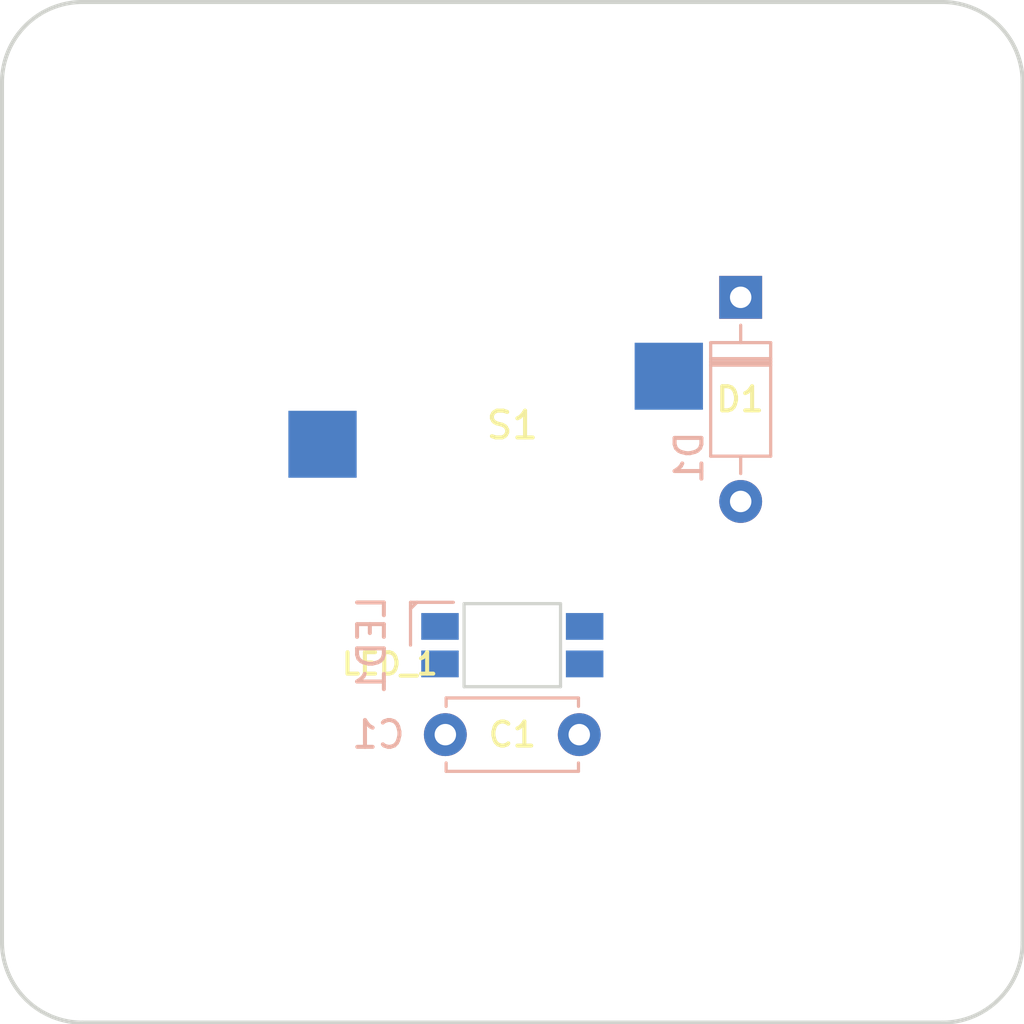
<source format=kicad_pcb>

            
(kicad_pcb (version 20171130) (host pcbnew 5.1.6)

  (page A3)
  (title_block
    (title travis_key)
    (rev 2024.03.23)
    (company "Travis Hardiman")
  )

  (general
    (thickness 1.6)
  )

  (layers
    (0 F.Cu signal)
    (31 B.Cu signal)
    (32 B.Adhes user)
    (33 F.Adhes user)
    (34 B.Paste user)
    (35 F.Paste user)
    (36 B.SilkS user)
    (37 F.SilkS user)
    (38 B.Mask user)
    (39 F.Mask user)
    (40 Dwgs.User user)
    (41 Cmts.User user)
    (42 Eco1.User user)
    (43 Eco2.User user)
    (44 Edge.Cuts user)
    (45 Margin user)
    (46 B.CrtYd user)
    (47 F.CrtYd user)
    (48 B.Fab user)
    (49 F.Fab user)
  )

  (setup
    (last_trace_width 0.25)
    (trace_clearance 0.2)
    (zone_clearance 0.508)
    (zone_45_only no)
    (trace_min 0.2)
    (via_size 0.8)
    (via_drill 0.4)
    (via_min_size 0.4)
    (via_min_drill 0.3)
    (uvia_size 0.3)
    (uvia_drill 0.1)
    (uvias_allowed no)
    (uvia_min_size 0.2)
    (uvia_min_drill 0.1)
    (edge_width 0.05)
    (segment_width 0.2)
    (pcb_text_width 0.3)
    (pcb_text_size 1.5 1.5)
    (mod_edge_width 0.12)
    (mod_text_size 1 1)
    (mod_text_width 0.15)
    (pad_size 1.524 1.524)
    (pad_drill 0.762)
    (pad_to_mask_clearance 0.05)
    (aux_axis_origin 0 0)
    (visible_elements FFFFFF7F)
    (pcbplotparams
      (layerselection 0x010fc_ffffffff)
      (usegerberextensions false)
      (usegerberattributes true)
      (usegerberadvancedattributes true)
      (creategerberjobfile true)
      (excludeedgelayer true)
      (linewidth 0.100000)
      (plotframeref false)
      (viasonmask false)
      (mode 1)
      (useauxorigin false)
      (hpglpennumber 1)
      (hpglpenspeed 20)
      (hpglpendiameter 15.000000)
      (psnegative false)
      (psa4output false)
      (plotreference true)
      (plotvalue true)
      (plotinvisibletext false)
      (padsonsilk false)
      (subtractmaskfromsilk false)
      (outputformat 1)
      (mirror false)
      (drillshape 1)
      (scaleselection 1)
      (outputdirectory ""))
  )

            (net 0 "")
(net 1 "col0")
(net 2 "single_A_one")
(net 3 "row0")
(net 4 "RAW")
(net 5 "LED_2")
(net 6 "GND")
(net 7 "LED_1")
            
  (net_class Default "This is the default net class."
    (clearance 0.2)
    (trace_width 0.25)
    (via_dia 0.8)
    (via_drill 0.4)
    (uvia_dia 0.3)
    (uvia_drill 0.1)
    (add_net "")
(add_net "col0")
(add_net "single_A_one")
(add_net "row0")
(add_net "RAW")
(add_net "LED_2")
(add_net "GND")
(add_net "LED_1")
  )

            
          
        (module MX (layer F.Cu)
        (at 0 0 0)
  
        
        (fp_text reference "S1" (at 0 -3.25) (layer F.SilkS)  (effects (font (size 1 1) (thickness 0.15))))
        (fp_text value "Kailh MX Switch Sockets" (at 0 0) (layer B.Fab) hide (effects (font (size 1 1) (thickness 0.15))))
  
        
        (fp_line (start -7 -6) (end -7 -7) (layer Dwgs.User) (width 0.15))
        (fp_line (start -7 7) (end -6 7) (layer Dwgs.User) (width 0.15))
        (fp_line (start -6 -7) (end -7 -7) (layer Dwgs.User) (width 0.15))
        (fp_line (start -7 7) (end -7 6) (layer Dwgs.User) (width 0.15))
        (fp_line (start 7 6) (end 7 7) (layer Dwgs.User) (width 0.15))
        (fp_line (start 7 -7) (end 6 -7) (layer Dwgs.User) (width 0.15))
        (fp_line (start 6 7) (end 7 7) (layer Dwgs.User) (width 0.15))
        (fp_line (start 7 -7) (end 7 -6) (layer Dwgs.User) (width 0.15))
      
        
        (pad "" np_thru_hole circle (at 0 0) (size 3.9878 3.9878) (drill 3.9878) (layers *.Cu *.Mask))
  
        
        (pad "" np_thru_hole circle (at 5.08 0) (size 1.7018 1.7018) (drill 1.7018) (layers *.Cu *.Mask))
        (pad "" np_thru_hole circle (at -5.08 0) (size 1.7018 1.7018) (drill 1.7018) (layers *.Cu *.Mask))
        
          
        
        (fp_line (start -9.5 -9.5) (end 9.5 -9.5) (layer Dwgs.User) (width 0.15))
        (fp_line (start 9.5 -9.5) (end 9.5 9.5) (layer Dwgs.User) (width 0.15))
        (fp_line (start 9.5 9.5) (end -9.5 9.5) (layer Dwgs.User) (width 0.15))
        (fp_line (start -9.5 9.5) (end -9.5 -9.5) (layer Dwgs.User) (width 0.15))
        
          
          
          (pad "" np_thru_hole circle (at 2.54 -5.08) (size 3 3) (drill 3) (layers *.Cu *.Mask))
          (pad "" np_thru_hole circle (at -3.81 -2.54) (size 3 3) (drill 3) (layers *.Cu *.Mask))
          
          
          (pad 1 smd rect (at -7.085 -2.54 0) (size 2.55 2.5) (layers B.Cu B.Paste B.Mask) (net 1 "col0"))
          (pad 2 smd rect (at 5.842 -5.08 0) (size 2.55 2.5) (layers B.Cu B.Paste B.Mask) (net 2 "single_A_one"))
          
          
      (model "${SCOTTOKEEBS_KICAD}/3dmodels/ScottoKeebs_Hotswap.3dshapes/Hotswap_MX.step"
		(offset (xyz 0 0 0) )
		(scale (xyz 1 1 1) )
		(rotate (xyz 0 0 0) )
	  ))
          

    (module "Diode_DO-35" (layer "B.Cu")
    (descr "Diode, DO-35_SOD27 series, Axial, Horizontal, pin pitch=7.62mm, , length*diameter=4*2mm^2, , http://www.diodes.com/_files/packages/DO-35.pdf")
    (tags "Diode DO-35_SOD27 series Axial Horizontal pin pitch 7.62mm  length 4mm diameter 2mm")
    (at 8.525 -8.025 270)

    
    (fp_text reference "D1" (at 5.985 1.921 270) (layer "B.SilkS") 
      (effects (font (size 1 1) (thickness 0.15)) (justify mirror))
    )
    (fp_text value "1N4148" (at 11.065 0 270) (layer "B.Fab")
      (effects (font (size 0.8 0.8) (thickness 0.15)))
    )
    
    (fp_line (start 1.04 0) (end 1.69 0)
      (stroke (width 0.12) (type solid)) (layer "B.SilkS") )
    (fp_line (start 1.69 -1.12) (end 1.69 1.12)
      (stroke (width 0.12) (type solid)) (layer "B.SilkS") )
    (fp_line (start 1.69 1.12) (end 5.93 1.12)
      (stroke (width 0.12) (type solid)) (layer "B.SilkS") )
    (fp_line (start 2.29 -1.12) (end 2.29 1.12)
      (stroke (width 0.12) (type solid)) (layer "B.SilkS") )
    (fp_line (start 2.41 -1.12) (end 2.41 1.12)
      (stroke (width 0.12) (type solid)) (layer "B.SilkS") )
    (fp_line (start 2.53 -1.12) (end 2.53 1.12)
      (stroke (width 0.12) (type solid)) (layer "B.SilkS") )
    (fp_line (start 5.93 -1.12) (end 1.69 -1.12)
      (stroke (width 0.12) (type solid)) (layer "B.SilkS") )
    (fp_line (start 5.93 1.12) (end 5.93 -1.12)
      (stroke (width 0.12) (type solid)) (layer "B.SilkS") )
    (fp_line (start 6.58 0) (end 5.93 0)
      (stroke (width 0.12) (type solid)) (layer "B.SilkS") )

    (fp_line (start -1.05 -1.25) (end -1.05 1.25)
      (stroke (width 0.05) (type solid)) (layer "B.CrtYd") )
    (fp_line (start -1.05 1.25) (end 8.67 1.25)
      (stroke (width 0.05) (type solid)) (layer "B.CrtYd") )
    (fp_line (start 8.67 -1.25) (end -1.05 -1.25)
      (stroke (width 0.05) (type solid)) (layer "B.CrtYd") )
    (fp_line (start 8.67 1.25) (end 8.67 -1.25)
      (stroke (width 0.05) (type solid)) (layer "B.CrtYd") )

    (fp_line (start 0 0) (end 1.81 0)
      (stroke (width 0.1) (type solid)) (layer "B.Fab") )
    (fp_line (start 1.81 -1) (end 1.81 1)
      (stroke (width 0.1) (type solid)) (layer "B.Fab") )
    (fp_line (start 1.81 1) (end 5.81 1)
      (stroke (width 0.1) (type solid)) (layer "B.Fab") )
    (fp_line (start 2.31 -1) (end 2.31 1)
      (stroke (width 0.1) (type solid)) (layer "B.Fab") )
    (fp_line (start 2.41 -1) (end 2.41 1)
      (stroke (width 0.1) (type solid)) (layer "B.Fab") )
    (fp_line (start 2.51 -1) (end 2.51 1)
      (stroke (width 0.1) (type solid)) (layer "B.Fab") )
    (fp_line (start 5.81 -1) (end 1.81 -1)
      (stroke (width 0.1) (type solid)) (layer "B.Fab") )
    (fp_line (start 5.81 1) (end 5.81 -1)
      (stroke (width 0.1) (type solid)) (layer "B.Fab") )
    (fp_line (start 7.62 0) (end 5.81 0)
      (stroke (width 0.1) (type solid)) (layer "B.Fab") )
    
    (pad 1 thru_hole rect (at 0 0 270) (size 1.6 1.6) (drill 0.8) (layers "*.Cu" "*.Mask") (net 3 "row0"))
    (pad 2 thru_hole oval (at 7.62 0 270) (size 1.6 1.6) (drill 0.8) (layers "*.Cu" "*.Mask") (net 2 "single_A_one"))

    (model "${SCOTTOKEEBS_KICAD}/3dmodels/ScottoKeebs_Components.3dshapes/Diode_DO-35.step"
      (offset (xyz 0 0 0))
      (scale (xyz 1 1 1))
      (rotate (xyz 0 0 0))
    )
  )

      (gr_text "D1" (at 7.525 -4.215 0) (layer F.SilkS)
        (effects (font (size 0.9 0.9) (thickness 0.15)) (justify left))
      )

      (module "ceoloide:led_SK6812mini-e (per-key single-side)" 
        (layer B.Cu)
        (at 0 4.96 0)

        (fp_text reference "LED1" (at -5.25 0 90) (layer B.SilkS) 
          (effects (font (size 1 1) (thickness 0.15)) (justify  mirror))
        )
        (fp_text value "SK6812mini-e" (at 0 -2.25 0) (layer "B.Fab")
          (effects (font (size 0.8 0.8) (thickness 0.15)))
        )
        (fp_line (start -1.6 -1.4) (end 1.6 -1.4) (layer Dwgs.User) (width 0.12))
        (fp_line (start -1.6 1.4) (end 1.6 1.4) (layer Dwgs.User) (width 0.12))
        (fp_line (start -1.6 -1.4) (end -1.6 1.4) (layer Dwgs.User) (width 0.12))
        (fp_line (start 1.6 -1.4) (end 1.6 1.4) (layer Dwgs.User) (width 0.12))
        (fp_line (start -1.6 -1.05) (end -2.94 -1.05) (layer Dwgs.User) (width 0.12))
        (fp_line (start -2.94 -1.05) (end -2.94 -0.37) (layer Dwgs.User) (width 0.12))
        (fp_line (start -2.94 -0.37) (end -1.6 -0.37) (layer Dwgs.User) (width 0.12))
        (fp_line (start -1.6 0.35) (end -2.94 0.35) (layer Dwgs.User) (width 0.12))
        (fp_line (start -2.94 1.03) (end -1.6 1.03) (layer Dwgs.User) (width 0.12))
        (fp_line (start -2.94 0.35) (end -2.94 1.03) (layer Dwgs.User) (width 0.12))
        (fp_line (start 1.6 1.03) (end 2.94 1.03) (layer Dwgs.User) (width 0.12))
        (fp_line (start 2.94 0.35) (end 1.6 0.35) (layer Dwgs.User) (width 0.12))
        (fp_line (start 2.94 1.03) (end 2.94 0.35) (layer Dwgs.User) (width 0.12))
        (fp_line (start 1.6 -0.37) (end 2.94 -0.37) (layer Dwgs.User) (width 0.12))
        (fp_line (start 2.94 -1.05) (end 1.6 -1.05) (layer Dwgs.User) (width 0.12))
        (fp_line (start 2.94 -0.37) (end 2.94 -1.05) (layer Dwgs.User) (width 0.12))
    
        (fp_line (start -3.8 -1.6) (end -2.2 -1.6) (layer B.SilkS) (width 0.12))
        (fp_line (start -3.8 0) (end -3.8 -1.6) (layer B.SilkS) (width 0.12))
        (fp_line (start -3.8 -1.36) (end -3.56 -1.6) (layer B.SilkS) (width 0.12))
        (pad 2 smd rect (at 2.70 -0.7 0) (size 1.4 1) (layers B.Cu B.Paste B.Mask) (net 5 "LED_2"))
        (pad 1 smd rect (at 2.70 0.7 0) (size 1.4 1) (layers B.Cu B.Paste B.Mask) (net 4 "RAW"))
        (pad 3 smd rect (at -2.70 -0.7 0) (size 1.4 1) (layers B.Cu B.Paste B.Mask) (net 6 "GND"))
        (pad 4 smd rect (at -2.70 0.7 0) (size 1.4 1) (layers B.Cu B.Paste B.Mask) (net 7 "LED_1"))
      
    (fp_line (start -0.8 -1.4) (end -0.8 1.4) (layer Dwgs.User) (width 0.12))
    (fp_line (start 0.8 -1.4) (end 0.8 1.4) (layer Dwgs.User) (width 0.12))
    (fp_line (start -1 -1.4) (end -1 1.4) (layer Dwgs.User) (width 0.12))
    (fp_line (start 1 -1.4) (end 1 1.4) (layer Dwgs.User) (width 0.12))
    
        (fp_poly
          (pts
            (xy 1.6 -1.05)
            (xy 2.94 -1.05)
            (xy 2.94 -0.37)
            (xy 1.6 -0.37)
            (xy 1.6 0.35)
            (xy 2.94 0.35)
            (xy 2.94 1.03)
            (xy 1.6 1.03)
            (xy 1.6 1.4)
            (xy -1.6 1.4)
            (xy -1.6 1.03)
            (xy -2.94 1.03)
            (xy -2.94 0.35)
            (xy -1.6 0.35)
            (xy -1.6 -0.37)
            (xy -2.94 -0.37)
            (xy -2.94 -1.05)
            (xy -1.6 -1.05)
            (xy -1.6 -1.4)
            (xy 1.6 -1.4)
          )
          (width 0.1) (layer "B.CrtYd"))
    
        (fp_line (start -1.8 -1.55) (end -1.8 1.55) (layer Edge.Cuts) (width 0.12))
        (fp_line (start -1.8 1.55) (end 1.8 1.55) (layer Edge.Cuts) (width 0.12))
        (fp_line (start 1.8 1.55) (end 1.8 -1.55) (layer Edge.Cuts) (width 0.12))
        (fp_line (start 1.8 -1.55) (end -1.8 -1.55) (layer Edge.Cuts) (width 0.12))
      )
    
      (zone (net 0) (net_name "") (layers "F&B.Cu") (hatch edge 0.3)
        (connect_pads (clearance 0))
        (min_thickness 0.25)
        (keepout (tracks not_allowed) (vias not_allowed) (copperpour not_allowed))
        (fill (thermal_gap 0.5) (thermal_bridge_width 0.5))
        (polygon
          (pts
            (xy -2.000 3.110)
            (xy 2.000 3.110)
            (xy 2.000 6.810)
            (xy -2.000 6.810)
          )
        )
      )
    

      (gr_text "LED_1" (at -2.7 5.66 0) (layer F.SilkS)
        (effects (font (size 0.8 0.8) (thickness 0.15)) (justify right))
      )

    (module C_Disc_D4.7mm_W2.5mm_P5.00mm (layer B.Cu)
    (descr "C, Disc series, Radial, pin pitch=5.00mm, , diameter*width=4.7*2.5mm^2, Capacitor, http://www.vishay.com/docs/45233/krseries.pdf")
    (tags "C Disc series Radial pin pitch 5.00mm  diameter 4.7mm width 2.5mm Capacitor")
    (at 2.5 8.3 180)

    (fp_text reference "C1" (at 7.5 0 180) (layer B.SilkS) 
      (effects (font (size 1 1) (thickness 0.15)) (justify mirror))
    )
    (fp_text value "104" (at -2.5 0 180) (layer B.Fab)
      (effects (font (size 1 1) (thickness 0.15)))
    )
    (fp_line (start 0.15 -1.25) (end 0.15 1.25) (layer B.Fab) (width 0.1))
    (fp_line (start 0.15 1.25) (end 4.85 1.25) (layer B.Fab) (width 0.1))
    (fp_line (start 4.85 1.25) (end 4.85 -1.25) (layer B.Fab) (width 0.1))
    (fp_line (start 4.85 -1.25) (end 0.15 -1.25) (layer B.Fab) (width 0.1))
    (fp_line (start 0.03 -1.37) (end 4.97 -1.37) (layer B.SilkS) (width 0.12))
    (fp_line (start 0.03 1.37) (end 4.97 1.37) (layer B.SilkS) (width 0.12))
    (fp_line (start 0.03 -1.37) (end 0.03 -1.055) (layer B.SilkS) (width 0.12))
    (fp_line (start 0.03 1.055) (end 0.03 1.37) (layer B.SilkS) (width 0.12))
    (fp_line (start 4.97 -1.37) (end 4.97 -1.055) (layer B.SilkS) (width 0.12))
    (fp_line (start 4.97 1.055) (end 4.97 1.37) (layer B.SilkS) (width 0.12))
    (fp_line (start -1.05 -1.5) (end -1.05 1.5) (layer B.CrtYd) (width 0.05))
    (fp_line (start -1.05 1.5) (end 6.05 1.5) (layer B.CrtYd) (width 0.05))
    (fp_line (start 6.05 1.5) (end 6.05 -1.5) (layer B.CrtYd) (width 0.05))
    (fp_line (start 6.05 -1.5) (end -1.05 -1.5) (layer B.CrtYd) (width 0.05))
    (pad 1 thru_hole circle (at 0 0) (size 1.6 1.6) (drill 0.8) (layers *.Cu *.Mask) (net 4 "RAW"))
    (pad 2 thru_hole circle (at 5 0) (size 1.6 1.6) (drill 0.8) (layers *.Cu *.Mask) (net 6 "GND"))
    
    (model ${KISYS3DMOD}/Capacitor_THT.3dshapes/C_Disc_D4.7mm_W2.5mm_P5.00mm.wrl
      (at (xyz 0 0 0))
      (scale (xyz 1 1 1))
      (rotate (xyz 0 0 0))
    )
  )

      (gr_text "C1" (at 0 8.3 0) (layer F.SilkS)
        (effects (font (size 0.9 0.9) (thickness 0.15)))
      )
            (gr_line (start -19.05 16.05) (end -19.05 -16.05) (angle 90) (layer Edge.Cuts) (width 0.15))
(gr_line (start -16.05 -19.05) (end 16.05 -19.05) (angle 90) (layer Edge.Cuts) (width 0.15))
(gr_line (start 19.05 -16.05) (end 19.05 16.05) (angle 90) (layer Edge.Cuts) (width 0.15))
(gr_line (start 16.05 19.05) (end -16.05 19.05) (angle 90) (layer Edge.Cuts) (width 0.15))
(gr_arc (start -16.05 -16.05) (end -16.05 -19.05) (angle -90) (layer Edge.Cuts) (width 0.15))
(gr_arc (start 16.05 -16.05) (end 19.05 -16.05) (angle -90) (layer Edge.Cuts) (width 0.15))
(gr_arc (start 16.05 16.05) (end 16.05 19.05) (angle -90) (layer Edge.Cuts) (width 0.15))
(gr_arc (start -16.05 16.05) (end -19.05 16.05) (angle -90) (layer Edge.Cuts) (width 0.15))
            
)

        
</source>
